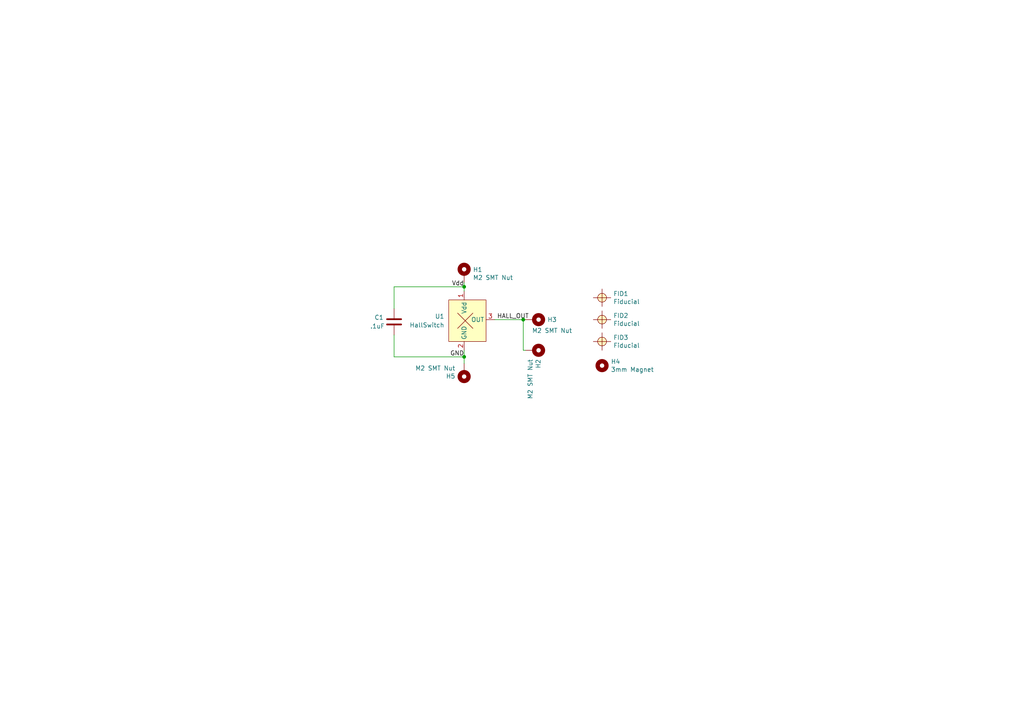
<source format=kicad_sch>
(kicad_sch (version 20230121) (generator eeschema)
  (paper "A4")
  (lib_symbols
    (symbol "Device:C" (pin_numbers hide) (pin_names (offset 0.254))
      (property "Reference" "C" (at 0.635 2.54 0))
      (property "Value" "C" (at 0.635 -2.54 0))
      (symbol "C_0_1"
        (polyline (pts (xy -2.032 -0.762) (xy 2.032 -0.762)) (stroke (width 0.508)))
        (polyline (pts (xy -2.032 0.762) (xy 2.032 0.762)) (stroke (width 0.508)))
      )
      (symbol "C_1_1"
        (pin passive line (at 0 3.81 270) (length 2.794) (name "~") (number "1"))
        (pin passive line (at 0 -3.81 90) (length 2.794) (name "~") (number "2"))
      )
    )
    (symbol "Mechanical:MountingHole" (pin_names (offset 1.016))
      (property "Reference" "H" (at 0 5.08 0))
      (property "Value" "MountingHole" (at 0 3.175 0))
      (symbol "MountingHole_0_1"
        (circle (center 0 0) (radius 1.27) (stroke (width 1.27)))
      )
    )
    (symbol "Mechanical:MountingHole_Pad" (pin_numbers hide) (pin_names (offset 1.016) hide)
      (property "Reference" "H" (at 0 6.35 0))
      (property "Value" "MountingHole_Pad" (at 0 4.445 0))
      (symbol "MountingHole_Pad_0_1"
        (circle (center 0 1.27) (radius 1.27) (stroke (width 1.27)))
      )
      (symbol "MountingHole_Pad_1_1"
        (pin input line (at 0 -2.54 90) (length 2.54) (name "1") (number "1"))
      )
    )
    (symbol "MyLibrary:Fiducial" (pin_names (offset 1.016))
      (property "Reference" "FID" (at 0 -3.81 0))
      (property "Value" "MyLibrary_Fiducial" (at 0 3.81 0))
      (symbol "Fiducial_0_1"
        (polyline (pts (xy -2.54 0) (xy 2.54 0)))
        (polyline (pts (xy 0 -2.54) (xy 0 2.54)))
        (circle (center 0 0) (radius 1.27) (fill (type background)))
      )
    )
    (symbol "MyLibrary:HallSwitch"
      (property "Reference" "U1" (at -5.08 0.9526 0))
      (property "Value" "HallSwitch" (at -5.08 -1.5874 0))
      (symbol "HallSwitch_0_1"
        (rectangle (start -4.445 5.715) (end 6.35 -6.35) (fill (type background)))
        (polyline (pts (xy -1.905 1.905) (xy 2.54 -2.54)))
        (polyline (pts (xy 2.54 1.905) (xy -1.905 -2.54)))
      )
      (symbol "HallSwitch_1_1"
        (pin power_in line (at 0 8.255 270) (length 2.54) (name "Vdd") (number "1"))
        (pin power_in line (at 0 -8.89 90) (length 2.54) (name "GND") (number "2"))
        (pin output line (at 8.89 0 180) (length 2.54) (name "OUT") (number "3"))
      )
    )
  )
  (junction (at 134.62 103.505))
  (junction (at 134.62 83.185))
  (junction (at 151.765 92.71))
  (wire (pts (xy 114.3 89.535) (xy 114.3 83.185)))
  (wire (pts (xy 151.765 101.6) (xy 151.765 92.71)))
  (wire (pts (xy 114.3 103.505) (xy 134.62 103.505)))
  (wire (pts (xy 134.62 81.915) (xy 134.62 83.185)))
  (wire (pts (xy 134.62 103.505) (xy 134.62 105.41)))
  (wire (pts (xy 152.4 101.6) (xy 151.765 101.6)))
  (wire (pts (xy 134.62 83.185) (xy 134.62 84.455)))
  (wire (pts (xy 114.3 83.185) (xy 134.62 83.185)))
  (wire (pts (xy 143.51 92.71) (xy 151.765 92.71)))
  (wire (pts (xy 134.62 101.6) (xy 134.62 103.505)))
  (wire (pts (xy 114.3 97.155) (xy 114.3 103.505)))
  (wire (pts (xy 151.765 92.71) (xy 152.4 92.71)))
  (label "Vdd" (at 134.62 83.185 180))
  (label "GND" (at 134.62 103.505 180))
  (label "HALL_OUT" (at 144.145 92.71 0))
  (symbol (lib_id "Mechanical:MountingHole_Pad") (at 134.62 79.375 0) (unit 1)
    (property "Reference" "H1" (at 137.16 78.2066 0) (effects (justify left)))
    (property "Value" "M2 SMT Nut" (at 137.16 80.518 0) (effects (justify left)))
    (property "Footprint" "MyFootprints:SMTSO-M2-3ET" (effects hide))
    (property "Mfg. Name" "PEM" (effects hide))
    (property "Mfg. Part No." "SMTSO-M2-3ET " (effects hide))
  )
  (symbol (lib_id "Mechanical:MountingHole_Pad") (at 154.94 101.6 270) (unit 1)
    (property "Reference" "H2" (at 156.1084 104.14 0) (effects (justify left)))
    (property "Value" "M2 SMT Nut" (at 153.797 104.14 0) (effects (justify left)))
    (property "Footprint" "MyFootprints:SMTSO-M2-3ET" (effects hide))
    (property "Mfg. Name" "PEM" (effects hide))
    (property "Mfg. Part No." "SMTSO-M2-3ET " (effects hide))
  )
  (symbol (lib_id "Mechanical:MountingHole_Pad") (at 154.94 92.71 270) (unit 1)
    (property "Reference" "H3" (at 158.75 92.71 90) (effects (justify left)))
    (property "Value" "M2 SMT Nut" (at 154.305 95.885 90) (effects (justify left)))
    (property "Footprint" "MyFootprints:SMTSO-M2-3ET" (effects hide))
    (property "Mfg. Name" "PEM" (effects hide))
    (property "Mfg. Part No." "SMTSO-M2-3ET " (effects hide))
  )
  (symbol (lib_id "Mechanical:MountingHole_Pad") (at 134.62 107.95 180) (unit 1)
    (property "Reference" "H5" (at 132.08 109.1184 0) (effects (justify left)))
    (property "Value" "M2 SMT Nut" (at 132.08 106.807 0) (effects (justify left)))
    (property "Footprint" "MyFootprints:SMTSO-M2-3ET" (effects hide))
    (property "Mfg. Name" "PEM" (effects hide))
    (property "Mfg. Part No." "SMTSO-M2-3ET " (effects hide))
  )
  (symbol (lib_id "MyLibrary:Fiducial") (at 174.625 86.36 0) (unit 1) (in_bom no)
    (property "Reference" "FID1" (at 177.8762 85.1916 0) (effects (justify left)))
    (property "Value" "Fiducial" (at 177.8762 87.503 0) (effects (justify left)))
    (property "Footprint" "Fiducial:Fiducial_0.75mm_Dia_1.5mm_Outer" (effects hide))
  )
  (symbol (lib_id "MyLibrary:Fiducial") (at 174.625 92.71 0) (unit 1) (in_bom no)
    (property "Reference" "FID2" (at 177.8762 91.5416 0) (effects (justify left)))
    (property "Value" "Fiducial" (at 177.8762 93.853 0) (effects (justify left)))
    (property "Footprint" "Fiducial:Fiducial_0.75mm_Dia_1.5mm_Outer" (effects hide))
  )
  (symbol (lib_id "MyLibrary:Fiducial") (at 174.625 99.06 0) (unit 1) (in_bom no)
    (property "Reference" "FID3" (at 177.8762 97.8916 0) (effects (justify left)))
    (property "Value" "Fiducial" (at 177.8762 100.203 0) (effects (justify left)))
    (property "Footprint" "Fiducial:Fiducial_0.75mm_Dia_1.5mm_Outer" (effects hide))
  )
  (symbol (lib_id "MyLibrary:HallSwitch") (at 134.62 92.71 0) (unit 1)
    (property "Reference" "U1" (at 128.905 91.7574 0) (effects (justify right)))
    (property "Value" "HallSwitch" (at 128.905 94.2974 0) (effects (justify right)))
    (property "Footprint" "MyFootprints:SC-59" (effects hide))
    (property "Mfg. Name" "Diodes Inc." (effects hide))
    (property "Mfg. Part No." "AH1806-W-7" (effects hide))
  )
  (symbol (lib_id "Mechanical:MountingHole") (at 174.625 106.045 0) (unit 1)
    (property "Reference" "H4" (at 177.165 104.8766 0) (effects (justify left)))
    (property "Value" "3mm Magnet" (at 177.165 107.188 0) (effects (justify left)))
    (property "Footprint" "MyFootprints:3mmMagnetHole" (effects hide))
    (property "Mfg. Name" "K&J" (effects hide))
    (property "Mfg. Part No." "N42P120060" (effects hide))
  )
  (symbol (lib_id "Device:C") (at 114.3 93.345 0) (unit 1)
    (property "Reference" "C1" (at 108.585 92.075 0) (effects (justify left)))
    (property "Value" ".1uF" (at 107.315 94.615 0) (effects (justify left)))
    (property "Footprint" "Capacitor_SMD:C_0603_1608Metric" (effects hide))
    (property "Mfg. Name" "Walsin" (effects hide))
    (property "Mfg. Part No." "0603B104K250CT" (effects hide))
  )
)
</source>
